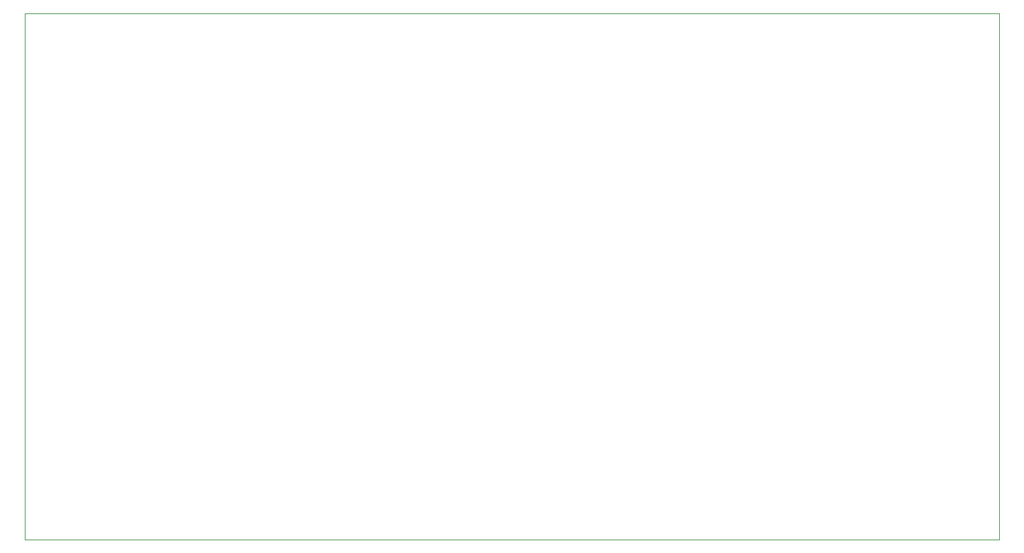
<source format=gbr>
%TF.GenerationSoftware,KiCad,Pcbnew,8.0.3*%
%TF.CreationDate,2024-06-24T16:42:44-03:00*%
%TF.ProjectId,kicad_project,6b696361-645f-4707-926f-6a6563742e6b,rev?*%
%TF.SameCoordinates,Original*%
%TF.FileFunction,Profile,NP*%
%FSLAX46Y46*%
G04 Gerber Fmt 4.6, Leading zero omitted, Abs format (unit mm)*
G04 Created by KiCad (PCBNEW 8.0.3) date 2024-06-24 16:42:44*
%MOMM*%
%LPD*%
G01*
G04 APERTURE LIST*
%TA.AperFunction,Profile*%
%ADD10C,0.050000*%
%TD*%
G04 APERTURE END LIST*
D10*
X83000000Y-62000000D02*
X206000000Y-62000000D01*
X206000000Y-128500000D01*
X83000000Y-128500000D01*
X83000000Y-62000000D01*
M02*

</source>
